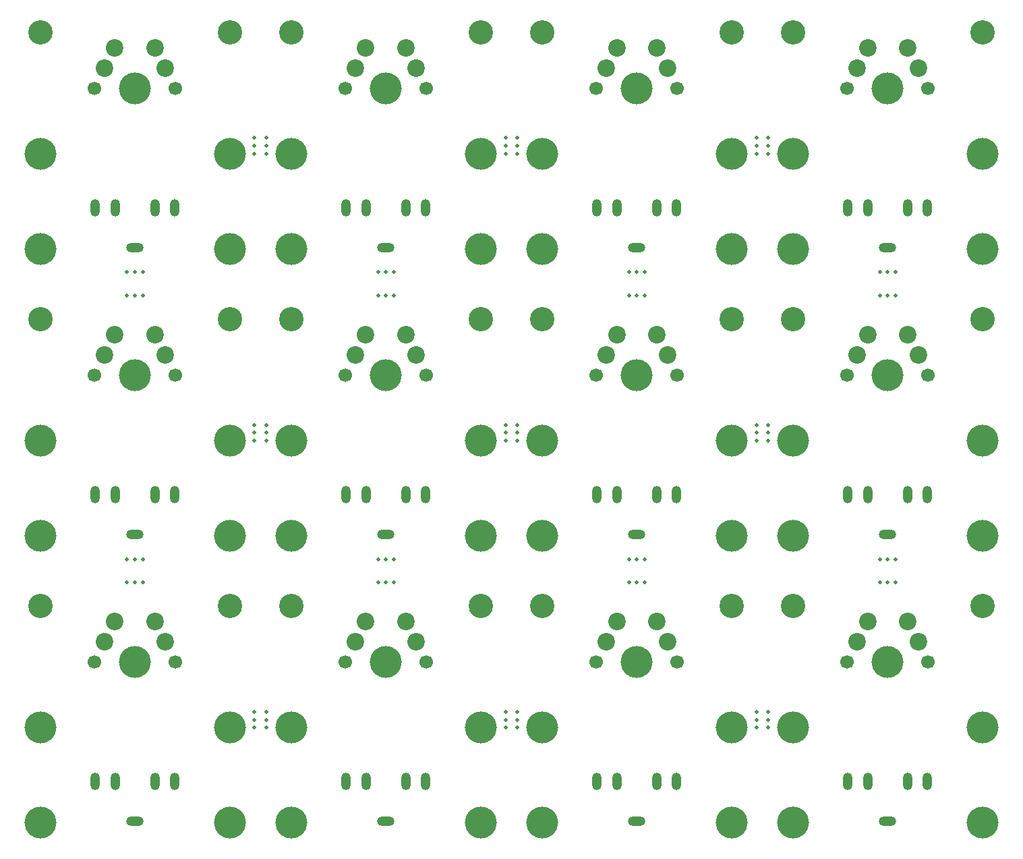
<source format=gbr>
%TF.GenerationSoftware,KiCad,Pcbnew,8.0.2*%
%TF.CreationDate,2024-06-10T13:17:10+01:00*%
%TF.ProjectId,,58585858-5858-4585-9858-585858585858,rev?*%
%TF.SameCoordinates,Original*%
%TF.FileFunction,Soldermask,Bot*%
%TF.FilePolarity,Negative*%
%FSLAX46Y46*%
G04 Gerber Fmt 4.6, Leading zero omitted, Abs format (unit mm)*
G04 Created by KiCad (PCBNEW 8.0.2) date 2024-06-10 13:17:10*
%MOMM*%
%LPD*%
G01*
G04 APERTURE LIST*
%ADD10C,0.500000*%
%ADD11C,4.000000*%
%ADD12C,3.050000*%
%ADD13C,1.700000*%
%ADD14C,2.200000*%
%ADD15O,1.200000X2.200000*%
%ADD16O,2.200000X1.200000*%
G04 APERTURE END LIST*
D10*
%TO.C,KiKit_MB_28_3*%
X147750000Y-110250000D03*
%TD*%
%TO.C,KiKit_MB_31_3*%
X179250000Y-110250000D03*
%TD*%
D11*
%TO.C,*%
X120856000Y-50156000D03*
%TD*%
D10*
%TO.C,KiKit_MB_23_2*%
X195750000Y-56000000D03*
%TD*%
%TO.C,KiKit_MB_5_3*%
X131750000Y-53100000D03*
%TD*%
%TO.C,KiKit_MB_10_2*%
X195750000Y-53100000D03*
%TD*%
%TO.C,KiKit_MB_33_3*%
X180750000Y-108250000D03*
%TD*%
D12*
%TO.C,REF\u002A\u002A*%
X89350000Y-59000000D03*
D11*
X89350000Y-74240000D03*
D13*
X96170000Y-66000000D03*
D11*
X101250000Y-66000000D03*
D13*
X106330000Y-66000000D03*
D12*
X113150000Y-59000000D03*
D11*
X113150000Y-74240000D03*
D14*
X103790000Y-60920000D03*
X105070000Y-63460000D03*
X97440000Y-63460000D03*
X98720000Y-60920000D03*
%TD*%
D10*
%TO.C,KiKit_MB_32_2*%
X164250000Y-92000000D03*
%TD*%
D11*
%TO.C,*%
X144656000Y-122156000D03*
%TD*%
%TO.C,*%
X176156000Y-50156000D03*
%TD*%
D10*
%TO.C,KiKit_MB_7_3*%
X179250000Y-38250000D03*
%TD*%
%TO.C,KiKit_MB_29_3*%
X133750000Y-92000000D03*
%TD*%
%TO.C,KiKit_MB_2_3*%
X100250000Y-53100000D03*
%TD*%
%TO.C,KiKit_MB_32_1*%
X163250000Y-92000000D03*
%TD*%
%TO.C,KiKit_MB_18_3*%
X149250000Y-72250000D03*
%TD*%
%TO.C,KiKit_MB_27_1*%
X117750000Y-110250000D03*
%TD*%
%TO.C,KiKit_MB_3_2*%
X117750000Y-37250000D03*
%TD*%
%TO.C,KiKit_MB_31_2*%
X179250000Y-109250000D03*
%TD*%
%TO.C,KiKit_MB_11_2*%
X116250000Y-73250000D03*
%TD*%
D11*
%TO.C,*%
X113156000Y-86156000D03*
%TD*%
D10*
%TO.C,KiKit_MB_17_2*%
X132750000Y-89100000D03*
%TD*%
%TO.C,KiKit_MB_16_3*%
X133750000Y-56000000D03*
%TD*%
%TO.C,KiKit_MB_23_1*%
X194750000Y-56000000D03*
%TD*%
%TO.C,KiKit_MB_15_1*%
X147750000Y-72250000D03*
%TD*%
%TO.C,KiKit_MB_16_1*%
X131750000Y-56000000D03*
%TD*%
%TO.C,KiKit_MB_30_1*%
X149250000Y-110250000D03*
%TD*%
%TO.C,KiKit_MB_27_2*%
X117750000Y-109250000D03*
%TD*%
%TO.C,KiKit_MB_23_3*%
X196750000Y-56000000D03*
%TD*%
%TO.C,KiKit_MB_7_2*%
X179250000Y-37250000D03*
%TD*%
D15*
%TO.C,REF\u002A\u002A*%
X190750000Y-45000000D03*
X193250000Y-45000000D03*
D16*
X195750000Y-50000000D03*
D15*
X200750000Y-45000000D03*
X198250000Y-45000000D03*
%TD*%
D10*
%TO.C,KiKit_MB_9_2*%
X180750000Y-37250000D03*
%TD*%
%TO.C,KiKit_MB_26_3*%
X102250000Y-92000000D03*
%TD*%
D12*
%TO.C,REF\u002A\u002A*%
X89350000Y-23000000D03*
D11*
X89350000Y-38240000D03*
D13*
X96170000Y-30000000D03*
D11*
X101250000Y-30000000D03*
D13*
X106330000Y-30000000D03*
D12*
X113150000Y-23000000D03*
D11*
X113150000Y-38240000D03*
D14*
X103790000Y-24920000D03*
X105070000Y-27460000D03*
X97440000Y-27460000D03*
X98720000Y-24920000D03*
%TD*%
D10*
%TO.C,KiKit_MB_22_2*%
X180750000Y-73250000D03*
%TD*%
%TO.C,KiKit_MB_6_1*%
X149250000Y-38250000D03*
%TD*%
D15*
%TO.C,REF\u002A\u002A*%
X190750000Y-81000000D03*
X193250000Y-81000000D03*
D16*
X195750000Y-86000000D03*
D15*
X200750000Y-81000000D03*
X198250000Y-81000000D03*
%TD*%
%TO.C,REF\u002A\u002A*%
X127750000Y-45000000D03*
X130250000Y-45000000D03*
D16*
X132750000Y-50000000D03*
D15*
X137750000Y-45000000D03*
X135250000Y-45000000D03*
%TD*%
D11*
%TO.C,*%
X152356000Y-50156000D03*
%TD*%
D10*
%TO.C,KiKit_MB_1_2*%
X116250000Y-37250000D03*
%TD*%
%TO.C,KiKit_MB_7_1*%
X179250000Y-36250000D03*
%TD*%
D11*
%TO.C,*%
X207656000Y-122156000D03*
%TD*%
D10*
%TO.C,KiKit_MB_24_2*%
X195750000Y-89100000D03*
%TD*%
D11*
%TO.C,*%
X120856000Y-86156000D03*
%TD*%
D10*
%TO.C,KiKit_MB_15_3*%
X147750000Y-74250000D03*
%TD*%
D15*
%TO.C,REF\u002A\u002A*%
X190750000Y-117000000D03*
X193250000Y-117000000D03*
D16*
X195750000Y-122000000D03*
D15*
X200750000Y-117000000D03*
X198250000Y-117000000D03*
%TD*%
D10*
%TO.C,KiKit_MB_15_2*%
X147750000Y-73250000D03*
%TD*%
%TO.C,KiKit_MB_20_3*%
X165250000Y-56000000D03*
%TD*%
%TO.C,KiKit_MB_8_2*%
X164250000Y-53100000D03*
%TD*%
D11*
%TO.C,*%
X89356000Y-122156000D03*
%TD*%
D10*
%TO.C,KiKit_MB_24_3*%
X194750000Y-89100000D03*
%TD*%
D11*
%TO.C,*%
X207656000Y-50156000D03*
%TD*%
D10*
%TO.C,KiKit_MB_5_1*%
X133750000Y-53100000D03*
%TD*%
D11*
%TO.C,*%
X152356000Y-122156000D03*
%TD*%
D10*
%TO.C,KiKit_MB_12_1*%
X100250000Y-56000000D03*
%TD*%
D12*
%TO.C,REF\u002A\u002A*%
X89350000Y-95000000D03*
D11*
X89350000Y-110240000D03*
D13*
X96170000Y-102000000D03*
D11*
X101250000Y-102000000D03*
D13*
X106330000Y-102000000D03*
D12*
X113150000Y-95000000D03*
D11*
X113150000Y-110240000D03*
D14*
X103790000Y-96920000D03*
X105070000Y-99460000D03*
X97440000Y-99460000D03*
X98720000Y-96920000D03*
%TD*%
D12*
%TO.C,REF\u002A\u002A*%
X183850000Y-59000000D03*
D11*
X183850000Y-74240000D03*
D13*
X190670000Y-66000000D03*
D11*
X195750000Y-66000000D03*
D13*
X200830000Y-66000000D03*
D12*
X207650000Y-59000000D03*
D11*
X207650000Y-74240000D03*
D14*
X198290000Y-60920000D03*
X199570000Y-63460000D03*
X191940000Y-63460000D03*
X193220000Y-60920000D03*
%TD*%
D15*
%TO.C,REF\u002A\u002A*%
X127750000Y-81000000D03*
X130250000Y-81000000D03*
D16*
X132750000Y-86000000D03*
D15*
X137750000Y-81000000D03*
X135250000Y-81000000D03*
%TD*%
D11*
%TO.C,*%
X152356000Y-86156000D03*
%TD*%
D10*
%TO.C,KiKit_MB_27_3*%
X117750000Y-108250000D03*
%TD*%
D15*
%TO.C,REF\u002A\u002A*%
X96250000Y-45000000D03*
X98750000Y-45000000D03*
D16*
X101250000Y-50000000D03*
D15*
X106250000Y-45000000D03*
X103750000Y-45000000D03*
%TD*%
D10*
%TO.C,KiKit_MB_33_1*%
X180750000Y-110250000D03*
%TD*%
%TO.C,KiKit_MB_9_1*%
X180750000Y-38250000D03*
%TD*%
D12*
%TO.C,REF\u002A\u002A*%
X152350000Y-23000000D03*
D11*
X152350000Y-38240000D03*
D13*
X159170000Y-30000000D03*
D11*
X164250000Y-30000000D03*
D13*
X169330000Y-30000000D03*
D12*
X176150000Y-23000000D03*
D11*
X176150000Y-38240000D03*
D14*
X166790000Y-24920000D03*
X168070000Y-27460000D03*
X160440000Y-27460000D03*
X161720000Y-24920000D03*
%TD*%
D11*
%TO.C,*%
X120856000Y-122156000D03*
%TD*%
D10*
%TO.C,KiKit_MB_1_1*%
X116250000Y-36250000D03*
%TD*%
D11*
%TO.C,*%
X144656000Y-50156000D03*
%TD*%
D10*
%TO.C,KiKit_MB_25_2*%
X116250000Y-109250000D03*
%TD*%
%TO.C,KiKit_MB_32_3*%
X165250000Y-92000000D03*
%TD*%
%TO.C,KiKit_MB_12_2*%
X101250000Y-56000000D03*
%TD*%
%TO.C,KiKit_MB_21_1*%
X165250000Y-89100000D03*
%TD*%
D11*
%TO.C,*%
X113156000Y-122156000D03*
%TD*%
D10*
%TO.C,KiKit_MB_6_3*%
X149250000Y-36250000D03*
%TD*%
%TO.C,KiKit_MB_19_2*%
X179250000Y-73250000D03*
%TD*%
%TO.C,KiKit_MB_34_3*%
X196750000Y-92000000D03*
%TD*%
%TO.C,KiKit_MB_4_3*%
X147750000Y-38250000D03*
%TD*%
%TO.C,KiKit_MB_3_3*%
X117750000Y-36250000D03*
%TD*%
%TO.C,KiKit_MB_13_3*%
X100250000Y-89100000D03*
%TD*%
%TO.C,KiKit_MB_28_1*%
X147750000Y-108250000D03*
%TD*%
%TO.C,KiKit_MB_3_1*%
X117750000Y-38250000D03*
%TD*%
D12*
%TO.C,REF\u002A\u002A*%
X152350000Y-59000000D03*
D11*
X152350000Y-74240000D03*
D13*
X159170000Y-66000000D03*
D11*
X164250000Y-66000000D03*
D13*
X169330000Y-66000000D03*
D12*
X176150000Y-59000000D03*
D11*
X176150000Y-74240000D03*
D14*
X166790000Y-60920000D03*
X168070000Y-63460000D03*
X160440000Y-63460000D03*
X161720000Y-60920000D03*
%TD*%
D10*
%TO.C,KiKit_MB_28_2*%
X147750000Y-109250000D03*
%TD*%
D15*
%TO.C,REF\u002A\u002A*%
X96250000Y-117000000D03*
X98750000Y-117000000D03*
D16*
X101250000Y-122000000D03*
D15*
X106250000Y-117000000D03*
X103750000Y-117000000D03*
%TD*%
D10*
%TO.C,KiKit_MB_20_2*%
X164250000Y-56000000D03*
%TD*%
D11*
%TO.C,*%
X176156000Y-86156000D03*
%TD*%
D10*
%TO.C,KiKit_MB_30_3*%
X149250000Y-108250000D03*
%TD*%
%TO.C,KiKit_MB_21_2*%
X164250000Y-89100000D03*
%TD*%
%TO.C,KiKit_MB_26_2*%
X101250000Y-92000000D03*
%TD*%
%TO.C,KiKit_MB_10_3*%
X194750000Y-53100000D03*
%TD*%
%TO.C,KiKit_MB_9_3*%
X180750000Y-36250000D03*
%TD*%
D15*
%TO.C,REF\u002A\u002A*%
X159250000Y-45000000D03*
X161750000Y-45000000D03*
D16*
X164250000Y-50000000D03*
D15*
X169250000Y-45000000D03*
X166750000Y-45000000D03*
%TD*%
D12*
%TO.C,REF\u002A\u002A*%
X120850000Y-59000000D03*
D11*
X120850000Y-74240000D03*
D13*
X127670000Y-66000000D03*
D11*
X132750000Y-66000000D03*
D13*
X137830000Y-66000000D03*
D12*
X144650000Y-59000000D03*
D11*
X144650000Y-74240000D03*
D14*
X135290000Y-60920000D03*
X136570000Y-63460000D03*
X128940000Y-63460000D03*
X130220000Y-60920000D03*
%TD*%
D12*
%TO.C,REF\u002A\u002A*%
X120850000Y-95000000D03*
D11*
X120850000Y-110240000D03*
D13*
X127670000Y-102000000D03*
D11*
X132750000Y-102000000D03*
D13*
X137830000Y-102000000D03*
D12*
X144650000Y-95000000D03*
D11*
X144650000Y-110240000D03*
D14*
X135290000Y-96920000D03*
X136570000Y-99460000D03*
X128940000Y-99460000D03*
X130220000Y-96920000D03*
%TD*%
D10*
%TO.C,KiKit_MB_5_2*%
X132750000Y-53100000D03*
%TD*%
D11*
%TO.C,*%
X144656000Y-86156000D03*
%TD*%
D10*
%TO.C,KiKit_MB_33_2*%
X180750000Y-109250000D03*
%TD*%
D12*
%TO.C,REF\u002A\u002A*%
X152350000Y-95000000D03*
D11*
X152350000Y-110240000D03*
D13*
X159170000Y-102000000D03*
D11*
X164250000Y-102000000D03*
D13*
X169330000Y-102000000D03*
D12*
X176150000Y-95000000D03*
D11*
X176150000Y-110240000D03*
D14*
X166790000Y-96920000D03*
X168070000Y-99460000D03*
X160440000Y-99460000D03*
X161720000Y-96920000D03*
%TD*%
D11*
%TO.C,*%
X183856000Y-122156000D03*
%TD*%
D12*
%TO.C,REF\u002A\u002A*%
X183850000Y-95000000D03*
D11*
X183850000Y-110240000D03*
D13*
X190670000Y-102000000D03*
D11*
X195750000Y-102000000D03*
D13*
X200830000Y-102000000D03*
D12*
X207650000Y-95000000D03*
D11*
X207650000Y-110240000D03*
D14*
X198290000Y-96920000D03*
X199570000Y-99460000D03*
X191940000Y-99460000D03*
X193220000Y-96920000D03*
%TD*%
D10*
%TO.C,KiKit_MB_20_1*%
X163250000Y-56000000D03*
%TD*%
%TO.C,KiKit_MB_11_3*%
X116250000Y-74250000D03*
%TD*%
%TO.C,KiKit_MB_30_2*%
X149250000Y-109250000D03*
%TD*%
%TO.C,KiKit_MB_21_3*%
X163250000Y-89100000D03*
%TD*%
%TO.C,KiKit_MB_18_1*%
X149250000Y-74250000D03*
%TD*%
%TO.C,KiKit_MB_12_3*%
X102250000Y-56000000D03*
%TD*%
%TO.C,KiKit_MB_25_3*%
X116250000Y-110250000D03*
%TD*%
%TO.C,KiKit_MB_34_2*%
X195750000Y-92000000D03*
%TD*%
D15*
%TO.C,REF\u002A\u002A*%
X159250000Y-117000000D03*
X161750000Y-117000000D03*
D16*
X164250000Y-122000000D03*
D15*
X169250000Y-117000000D03*
X166750000Y-117000000D03*
%TD*%
D10*
%TO.C,KiKit_MB_14_2*%
X117750000Y-73250000D03*
%TD*%
%TO.C,KiKit_MB_4_2*%
X147750000Y-37250000D03*
%TD*%
%TO.C,KiKit_MB_2_2*%
X101250000Y-53100000D03*
%TD*%
D15*
%TO.C,REF\u002A\u002A*%
X96250000Y-81000000D03*
X98750000Y-81000000D03*
D16*
X101250000Y-86000000D03*
D15*
X106250000Y-81000000D03*
X103750000Y-81000000D03*
%TD*%
D11*
%TO.C,*%
X207656000Y-86156000D03*
%TD*%
%TO.C,*%
X183856000Y-86156000D03*
%TD*%
D15*
%TO.C,REF\u002A\u002A*%
X127750000Y-117000000D03*
X130250000Y-117000000D03*
D16*
X132750000Y-122000000D03*
D15*
X137750000Y-117000000D03*
X135250000Y-117000000D03*
%TD*%
D10*
%TO.C,KiKit_MB_16_2*%
X132750000Y-56000000D03*
%TD*%
%TO.C,KiKit_MB_34_1*%
X194750000Y-92000000D03*
%TD*%
%TO.C,KiKit_MB_8_3*%
X163250000Y-53100000D03*
%TD*%
%TO.C,KiKit_MB_18_2*%
X149250000Y-73250000D03*
%TD*%
D11*
%TO.C,*%
X176156000Y-122156000D03*
%TD*%
D10*
%TO.C,KiKit_MB_29_2*%
X132750000Y-92000000D03*
%TD*%
%TO.C,KiKit_MB_24_1*%
X196750000Y-89100000D03*
%TD*%
%TO.C,KiKit_MB_2_1*%
X102250000Y-53100000D03*
%TD*%
%TO.C,KiKit_MB_14_3*%
X117750000Y-72250000D03*
%TD*%
%TO.C,KiKit_MB_26_1*%
X100250000Y-92000000D03*
%TD*%
%TO.C,KiKit_MB_13_2*%
X101250000Y-89100000D03*
%TD*%
D12*
%TO.C,REF\u002A\u002A*%
X183850000Y-23000000D03*
D11*
X183850000Y-38240000D03*
D13*
X190670000Y-30000000D03*
D11*
X195750000Y-30000000D03*
D13*
X200830000Y-30000000D03*
D12*
X207650000Y-23000000D03*
D11*
X207650000Y-38240000D03*
D14*
X198290000Y-24920000D03*
X199570000Y-27460000D03*
X191940000Y-27460000D03*
X193220000Y-24920000D03*
%TD*%
D10*
%TO.C,KiKit_MB_6_2*%
X149250000Y-37250000D03*
%TD*%
%TO.C,KiKit_MB_13_1*%
X102250000Y-89100000D03*
%TD*%
%TO.C,KiKit_MB_4_1*%
X147750000Y-36250000D03*
%TD*%
%TO.C,KiKit_MB_19_1*%
X179250000Y-72250000D03*
%TD*%
D11*
%TO.C,*%
X183856000Y-50156000D03*
%TD*%
%TO.C,*%
X113156000Y-50156000D03*
%TD*%
%TO.C,*%
X89356000Y-86156000D03*
%TD*%
D10*
%TO.C,KiKit_MB_22_3*%
X180750000Y-72250000D03*
%TD*%
D12*
%TO.C,REF\u002A\u002A*%
X120850000Y-23000000D03*
D11*
X120850000Y-38240000D03*
D13*
X127670000Y-30000000D03*
D11*
X132750000Y-30000000D03*
D13*
X137830000Y-30000000D03*
D12*
X144650000Y-23000000D03*
D11*
X144650000Y-38240000D03*
D14*
X135290000Y-24920000D03*
X136570000Y-27460000D03*
X128940000Y-27460000D03*
X130220000Y-24920000D03*
%TD*%
D10*
%TO.C,KiKit_MB_1_3*%
X116250000Y-38250000D03*
%TD*%
%TO.C,KiKit_MB_25_1*%
X116250000Y-108250000D03*
%TD*%
%TO.C,KiKit_MB_10_1*%
X196750000Y-53100000D03*
%TD*%
%TO.C,KiKit_MB_29_1*%
X131750000Y-92000000D03*
%TD*%
%TO.C,KiKit_MB_17_3*%
X131750000Y-89100000D03*
%TD*%
%TO.C,KiKit_MB_22_1*%
X180750000Y-74250000D03*
%TD*%
%TO.C,KiKit_MB_17_1*%
X133750000Y-89100000D03*
%TD*%
%TO.C,KiKit_MB_14_1*%
X117750000Y-74250000D03*
%TD*%
D11*
%TO.C,*%
X89356000Y-50156000D03*
%TD*%
D10*
%TO.C,KiKit_MB_19_3*%
X179250000Y-74250000D03*
%TD*%
D15*
%TO.C,REF\u002A\u002A*%
X159250000Y-81000000D03*
X161750000Y-81000000D03*
D16*
X164250000Y-86000000D03*
D15*
X169250000Y-81000000D03*
X166750000Y-81000000D03*
%TD*%
D10*
%TO.C,KiKit_MB_31_1*%
X179250000Y-108250000D03*
%TD*%
%TO.C,KiKit_MB_8_1*%
X165250000Y-53100000D03*
%TD*%
%TO.C,KiKit_MB_11_1*%
X116250000Y-72250000D03*
%TD*%
M02*

</source>
